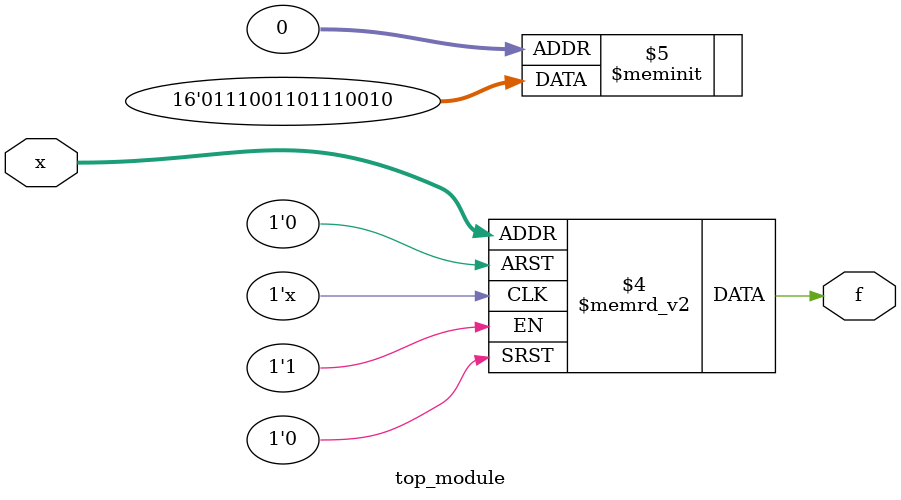
<source format=sv>
module top_module (
    input [4:1] x,
    output logic f
);

always_comb begin
    case (x)
        4'b0001, 4'b0101, 4'b1001, 4'b1101: f = 1'b1;
        4'b0010, 4'b0011, 4'b1010, 4'b1011: f = 1'b0;
        4'b0100, 4'b1100, 4'b1110: f = 1'b1;
        4'b0110, 4'b1000: f = 1'b1; // Changed 4'b0110 to 1'b1
        default: f = 1'b0; // Use don't-care as 0
    endcase
end

endmodule

</source>
